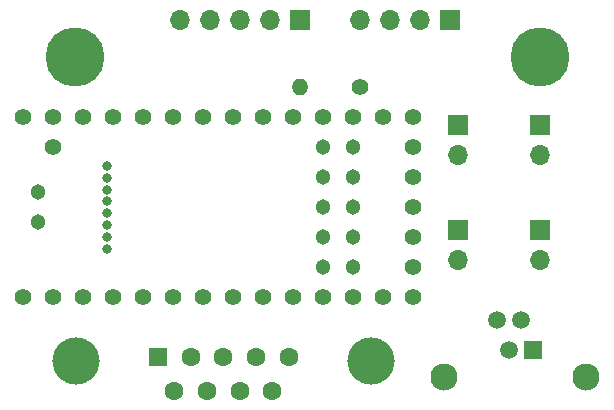
<source format=gbr>
%TF.GenerationSoftware,KiCad,Pcbnew,(5.1.9)-1*%
%TF.CreationDate,2021-03-17T20:38:14-07:00*%
%TF.ProjectId,head,68656164-2e6b-4696-9361-645f70636258,rev?*%
%TF.SameCoordinates,Original*%
%TF.FileFunction,Soldermask,Bot*%
%TF.FilePolarity,Negative*%
%FSLAX46Y46*%
G04 Gerber Fmt 4.6, Leading zero omitted, Abs format (unit mm)*
G04 Created by KiCad (PCBNEW (5.1.9)-1) date 2021-03-17 20:38:14*
%MOMM*%
%LPD*%
G01*
G04 APERTURE LIST*
%ADD10C,5.000000*%
%ADD11C,1.404000*%
%ADD12C,1.304000*%
%ADD13C,0.804000*%
%ADD14C,1.500000*%
%ADD15C,2.300000*%
%ADD16R,1.500000X1.500000*%
%ADD17O,1.400000X1.400000*%
%ADD18C,1.400000*%
%ADD19O,1.700000X1.700000*%
%ADD20R,1.700000X1.700000*%
%ADD21C,4.000000*%
%ADD22C,1.600000*%
%ADD23R,1.600000X1.600000*%
G04 APERTURE END LIST*
D10*
%TO.C,H2*%
X120650000Y-54610000D03*
%TD*%
%TO.C,H1*%
X81280000Y-54610000D03*
%TD*%
D11*
%TO.C,U1*%
X107315000Y-74930000D03*
X76835000Y-59690000D03*
X79375000Y-62230000D03*
X79375000Y-59690000D03*
X81915000Y-59690000D03*
X84455000Y-59690000D03*
X86995000Y-59690000D03*
X89535000Y-59690000D03*
X92075000Y-59690000D03*
X94615000Y-59690000D03*
X97155000Y-59690000D03*
X99695000Y-59690000D03*
X102235000Y-59690000D03*
X104775000Y-59690000D03*
X107315000Y-59690000D03*
X109855000Y-59690000D03*
X109855000Y-62230000D03*
X109855000Y-64770000D03*
X109855000Y-67310000D03*
X109855000Y-69850000D03*
X109855000Y-72390000D03*
X109855000Y-74930000D03*
X104775000Y-74930000D03*
X102235000Y-74930000D03*
X99695000Y-74930000D03*
X97155000Y-74930000D03*
X94615000Y-74930000D03*
X92075000Y-74930000D03*
X89535000Y-74930000D03*
X86995000Y-74930000D03*
X84455000Y-74930000D03*
X81915000Y-74930000D03*
D12*
X78105000Y-68580000D03*
X78105000Y-66040000D03*
D13*
X83973400Y-70810000D03*
X83973400Y-69810000D03*
X83973400Y-68810000D03*
X83973400Y-67810000D03*
X83973400Y-66810000D03*
X83973400Y-65810000D03*
X83973400Y-64810000D03*
X83973400Y-63810000D03*
D12*
X102235000Y-72390000D03*
X104775000Y-72390000D03*
X102235000Y-69850000D03*
X104775000Y-69850000D03*
X102235000Y-67310000D03*
X104775000Y-67310000D03*
X102235000Y-64770000D03*
X104775000Y-64770000D03*
X102235000Y-62230000D03*
X104775000Y-62230000D03*
D11*
X79375000Y-74930000D03*
X76835000Y-74930000D03*
%TD*%
D14*
%TO.C,J7*%
X116955000Y-76835000D03*
D15*
X112485000Y-81675000D03*
D14*
X117975000Y-79375000D03*
X118995000Y-76835000D03*
D16*
X120015000Y-79375000D03*
D15*
X124485000Y-81675000D03*
%TD*%
D17*
%TO.C,R1*%
X100330000Y-57150000D03*
D18*
X105410000Y-57150000D03*
%TD*%
D19*
%TO.C,J6*%
X105410000Y-51435000D03*
X107950000Y-51435000D03*
X110490000Y-51435000D03*
D20*
X113030000Y-51435000D03*
%TD*%
D19*
%TO.C,J8*%
X90170000Y-51435000D03*
X92710000Y-51435000D03*
X95250000Y-51435000D03*
X97790000Y-51435000D03*
D20*
X100330000Y-51435000D03*
%TD*%
D19*
%TO.C,J5*%
X120650000Y-71755000D03*
D20*
X120650000Y-69215000D03*
%TD*%
D19*
%TO.C,J4*%
X120650000Y-62865000D03*
D20*
X120650000Y-60325000D03*
%TD*%
D19*
%TO.C,J3*%
X113665000Y-62865000D03*
D20*
X113665000Y-60325000D03*
%TD*%
D19*
%TO.C,J2*%
X113665000Y-71755000D03*
D20*
X113665000Y-69215000D03*
%TD*%
D21*
%TO.C,J1*%
X106305000Y-80310000D03*
X81305000Y-80310000D03*
D22*
X97960000Y-82850000D03*
X95190000Y-82850000D03*
X92420000Y-82850000D03*
X89650000Y-82850000D03*
X99345000Y-80010000D03*
X96575000Y-80010000D03*
X93805000Y-80010000D03*
X91035000Y-80010000D03*
D23*
X88265000Y-80010000D03*
%TD*%
M02*

</source>
